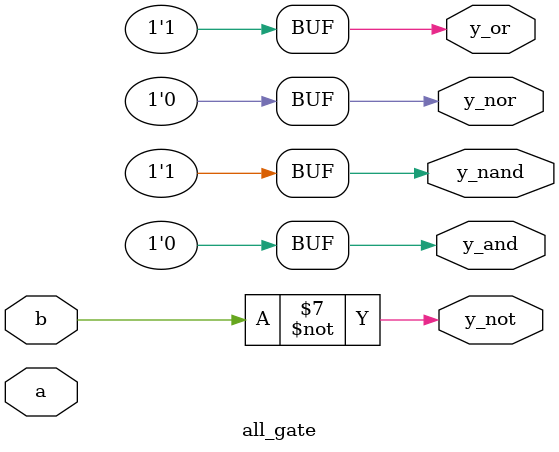
<source format=v>
module all_gate(y_and, y_or, y_not, y_nand, y_nor, a, b);
  input a, b;
  output y_and, y_or, y_not, y_nand, y_nor;
  and(y_and, a, b);
  or(y_or, a, b);
  not(y_not, a, b);
  nand(y_nand, a, b);
  nor(y_nor, a, b);
endmodule  
</source>
